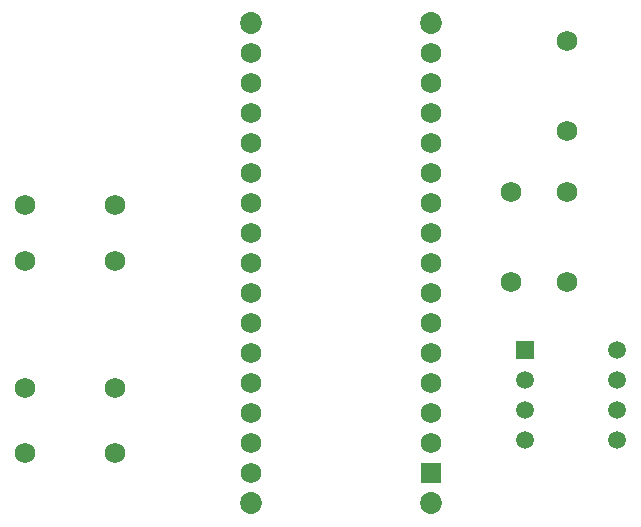
<source format=gbr>
%TF.GenerationSoftware,Altium Limited,Altium Designer,23.9.2 (47)*%
G04 Layer_Color=16711935*
%FSLAX45Y45*%
%MOMM*%
%TF.SameCoordinates,069DA617-DDAF-4FD6-95A1-D134820B9D42*%
%TF.FilePolarity,Negative*%
%TF.FileFunction,Soldermask,Bot*%
%TF.Part,Single*%
G01*
G75*
%TA.AperFunction,ComponentPad*%
%ADD19C,1.85420*%
%ADD20C,1.72720*%
%ADD21R,1.72720X1.72720*%
%ADD22C,1.51120*%
%ADD23R,1.51120X1.51120*%
D19*
X3974999Y4214002D02*
D03*
X2450999D02*
D03*
Y150002D02*
D03*
X3974999D02*
D03*
D20*
X2450999Y404002D02*
D03*
Y658002D02*
D03*
Y912002D02*
D03*
Y1166002D02*
D03*
Y1420002D02*
D03*
Y1674002D02*
D03*
Y1928002D02*
D03*
Y2182002D02*
D03*
Y2436002D02*
D03*
Y2690002D02*
D03*
Y2944002D02*
D03*
Y3198002D02*
D03*
Y3452002D02*
D03*
Y3706002D02*
D03*
Y3960002D02*
D03*
X3974999D02*
D03*
Y3706002D02*
D03*
Y3452002D02*
D03*
Y3198002D02*
D03*
Y2944002D02*
D03*
Y2690002D02*
D03*
Y2436002D02*
D03*
Y2182002D02*
D03*
Y1928002D02*
D03*
Y1674002D02*
D03*
Y1420002D02*
D03*
Y1166002D02*
D03*
Y912002D02*
D03*
Y658002D02*
D03*
X4649998Y2787000D02*
D03*
Y2025000D02*
D03*
X5125000Y4061999D02*
D03*
Y3299999D02*
D03*
Y2025000D02*
D03*
Y2787000D02*
D03*
X1300003Y1124997D02*
D03*
X538003D02*
D03*
X1299998Y2675001D02*
D03*
X537998D02*
D03*
Y2200001D02*
D03*
X1299998D02*
D03*
Y575000D02*
D03*
X537998D02*
D03*
D21*
X3974999Y404002D02*
D03*
D22*
X4763004Y942000D02*
D03*
Y1196000D02*
D03*
Y688000D02*
D03*
X5550003D02*
D03*
Y1450000D02*
D03*
Y942000D02*
D03*
Y1196000D02*
D03*
D23*
X4763004Y1450000D02*
D03*
%TF.MD5,e2f3ccbe299c389c9943158823fc987f*%
M02*

</source>
